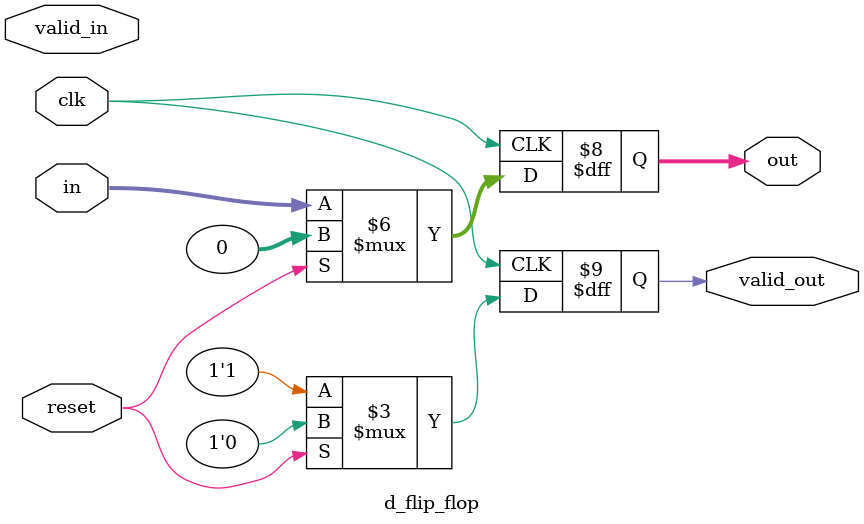
<source format=v>
`timescale 1ns/1ps

// Create Date:   
// Design Name: 
// Module Name: 
// Project Name: 
// Target Device: 
// Tool Versions:
// Description:

// Dependencies:

// Revision:
// Revision 0.01 - File Created
// Additional Comments:

///////////////////////////////////////////////////////////////////////

module d_flip_flop (
  clk, 
  reset,
  valid_in,
  in, 
  out,
  valid_out
  );

/////////////////////////////////////////////////////////////////////////
// Parameter Declarations
parameter DATA_WIDTH = 32;

/////////////////////////////////////////////////////////////////////////
// Port Declarations
input                  clk     ;
input                  reset   ;
input                  valid_in;
input [DATA_WIDTH-1:0] in      ;

/////////////////////////////////////////////////////////////////////////
// Output Declarations
output [DATA_WIDTH-1:0] out      ;
output                  valid_out;

/////////////////////////////////////////////////////////////////////////
// Local Logic and Instantiation
wire                  clk     ;
wire                  reset   ;
wire                  valid_in;
wire [DATA_WIDTH-1:0] in      ;

reg [DATA_WIDTH-1:0] out      ;
reg                  valid_out;

always @(posedge clk) begin
  if(reset) begin
    out       <= {DATA_WIDTH{1'b0}};
    valid_out <= 1'b0;
  end
  else begin
    out       <= in;
    valid_out <= 1'b1;
  end
end

endmodule



</source>
